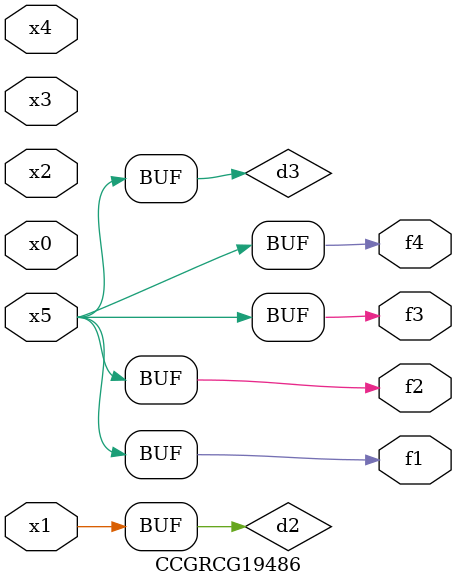
<source format=v>
module CCGRCG19486(
	input x0, x1, x2, x3, x4, x5,
	output f1, f2, f3, f4
);

	wire d1, d2, d3;

	not (d1, x5);
	or (d2, x1);
	xnor (d3, d1);
	assign f1 = d3;
	assign f2 = d3;
	assign f3 = d3;
	assign f4 = d3;
endmodule

</source>
